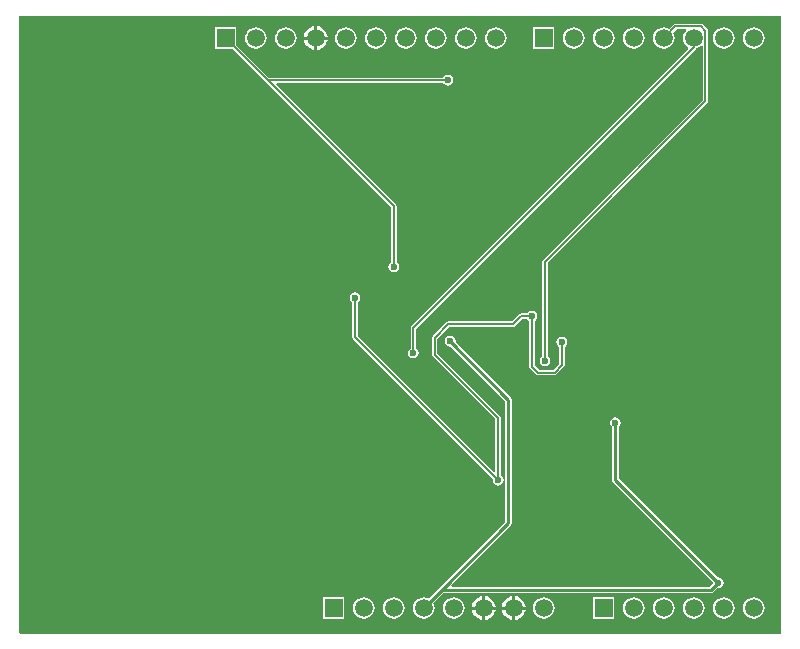
<source format=gbl>
%FSLAX25Y25*%
%MOIN*%
G70*
G01*
G75*
G04 Layer_Physical_Order=2*
G04 Layer_Color=16711680*
%ADD10R,0.02953X0.01378*%
%ADD11R,0.13780X0.10236*%
%ADD12R,0.02756X0.03543*%
%ADD13R,0.02953X0.03150*%
%ADD14R,0.03150X0.02953*%
%ADD15R,0.03543X0.02756*%
%ADD16R,0.02559X0.05315*%
%ADD17R,0.02953X0.00984*%
%ADD18O,0.01969X0.00787*%
%ADD19O,0.00787X0.01969*%
%ADD20R,0.06693X0.06063*%
%ADD21O,0.05709X0.02362*%
%ADD22R,0.07087X0.03937*%
%ADD23C,0.00598*%
%ADD24C,0.02016*%
%ADD25C,0.01000*%
%ADD26C,0.05906*%
%ADD27R,0.05906X0.05906*%
%ADD28C,0.02362*%
G36*
X255000Y1500D02*
X1500D01*
X1000Y2000D01*
Y207500D01*
X255000D01*
Y1500D01*
D02*
G37*
%LPC*%
G36*
X109457Y13551D02*
X102354D01*
Y6449D01*
X109457D01*
Y13551D01*
D02*
G37*
G36*
X199457D02*
X192354D01*
Y6449D01*
X199457D01*
Y13551D01*
D02*
G37*
G36*
X245906Y13582D02*
X244979Y13460D01*
X244115Y13102D01*
X243373Y12533D01*
X242804Y11791D01*
X242446Y10927D01*
X242324Y10000D01*
X242446Y9073D01*
X242804Y8209D01*
X243373Y7467D01*
X244115Y6898D01*
X244979Y6540D01*
X245906Y6418D01*
X246833Y6540D01*
X247696Y6898D01*
X248438Y7467D01*
X249008Y8209D01*
X249365Y9073D01*
X249487Y10000D01*
X249365Y10927D01*
X249008Y11791D01*
X248438Y12533D01*
X247696Y13102D01*
X246833Y13460D01*
X245906Y13582D01*
D02*
G37*
G36*
X225906D02*
X224979Y13460D01*
X224115Y13102D01*
X223373Y12533D01*
X222804Y11791D01*
X222446Y10927D01*
X222324Y10000D01*
X222446Y9073D01*
X222804Y8209D01*
X223373Y7467D01*
X224115Y6898D01*
X224979Y6540D01*
X225906Y6418D01*
X226833Y6540D01*
X227696Y6898D01*
X228438Y7467D01*
X229008Y8209D01*
X229365Y9073D01*
X229487Y10000D01*
X229365Y10927D01*
X229008Y11791D01*
X228438Y12533D01*
X227696Y13102D01*
X226833Y13460D01*
X225906Y13582D01*
D02*
G37*
G36*
X235906D02*
X234979Y13460D01*
X234115Y13102D01*
X233373Y12533D01*
X232804Y11791D01*
X232446Y10927D01*
X232324Y10000D01*
X232446Y9073D01*
X232804Y8209D01*
X233373Y7467D01*
X234115Y6898D01*
X234979Y6540D01*
X235906Y6418D01*
X236833Y6540D01*
X237697Y6898D01*
X238438Y7467D01*
X239007Y8209D01*
X239365Y9073D01*
X239487Y10000D01*
X239365Y10927D01*
X239007Y11791D01*
X238438Y12533D01*
X237697Y13102D01*
X236833Y13460D01*
X235906Y13582D01*
D02*
G37*
G36*
X166406Y13921D02*
Y10500D01*
X169827D01*
X169757Y11032D01*
X169358Y11993D01*
X168725Y12819D01*
X167899Y13453D01*
X166937Y13851D01*
X166406Y13921D01*
D02*
G37*
G36*
X144700Y100714D02*
X144006Y100576D01*
X143417Y100183D01*
X143024Y99594D01*
X142886Y98900D01*
X143024Y98206D01*
X143417Y97617D01*
X144006Y97224D01*
X144700Y97086D01*
X144892Y97124D01*
X162980Y79036D01*
Y38658D01*
X141114Y16792D01*
X141114Y16792D01*
X137504Y13182D01*
X136833Y13460D01*
X135906Y13582D01*
X134979Y13460D01*
X134115Y13102D01*
X133373Y12533D01*
X132804Y11791D01*
X132446Y10927D01*
X132324Y10000D01*
X132446Y9073D01*
X132804Y8209D01*
X133373Y7467D01*
X134115Y6898D01*
X134979Y6540D01*
X135906Y6418D01*
X136833Y6540D01*
X137697Y6898D01*
X138438Y7467D01*
X139007Y8209D01*
X139365Y9073D01*
X139487Y10000D01*
X139365Y10927D01*
X139087Y11598D01*
X142369Y14880D01*
X231600D01*
X232029Y14965D01*
X232392Y15208D01*
X233908Y16724D01*
X234100Y16686D01*
X234794Y16824D01*
X235383Y17217D01*
X235776Y17806D01*
X235914Y18500D01*
X235776Y19194D01*
X235383Y19783D01*
X234794Y20176D01*
X234100Y20314D01*
X233908Y20276D01*
X200920Y53264D01*
Y70408D01*
X201083Y70517D01*
X201476Y71106D01*
X201614Y71800D01*
X201476Y72494D01*
X201083Y73083D01*
X200494Y73476D01*
X199800Y73614D01*
X199106Y73476D01*
X198517Y73083D01*
X198124Y72494D01*
X197986Y71800D01*
X198124Y71106D01*
X198517Y70517D01*
X198680Y70408D01*
Y52800D01*
X198765Y52371D01*
X199008Y52008D01*
X232324Y18692D01*
X232286Y18500D01*
X232324Y18308D01*
X231136Y17120D01*
X145263D01*
X145071Y17582D01*
X164892Y37402D01*
X165135Y37766D01*
X165220Y38194D01*
Y79500D01*
X165135Y79929D01*
X164892Y80292D01*
X146476Y98708D01*
X146514Y98900D01*
X146376Y99594D01*
X145983Y100183D01*
X145394Y100576D01*
X144700Y100714D01*
D02*
G37*
G36*
X165406Y13921D02*
X164874Y13851D01*
X163912Y13453D01*
X163086Y12819D01*
X162453Y11993D01*
X162055Y11032D01*
X161985Y10500D01*
X165406D01*
Y13921D01*
D02*
G37*
G36*
X155406D02*
X154874Y13851D01*
X153912Y13453D01*
X153086Y12819D01*
X152453Y11993D01*
X152055Y11032D01*
X151985Y10500D01*
X155406D01*
Y13921D01*
D02*
G37*
G36*
X156406D02*
Y10500D01*
X159827D01*
X159757Y11032D01*
X159358Y11993D01*
X158725Y12819D01*
X157899Y13453D01*
X156938Y13851D01*
X156406Y13921D01*
D02*
G37*
G36*
X169827Y9500D02*
X166406D01*
Y6079D01*
X166937Y6149D01*
X167899Y6547D01*
X168725Y7181D01*
X169358Y8007D01*
X169757Y8968D01*
X169827Y9500D01*
D02*
G37*
G36*
X115906Y13582D02*
X114979Y13460D01*
X114115Y13102D01*
X113373Y12533D01*
X112804Y11791D01*
X112446Y10927D01*
X112324Y10000D01*
X112446Y9073D01*
X112804Y8209D01*
X113373Y7467D01*
X114115Y6898D01*
X114979Y6540D01*
X115906Y6418D01*
X116833Y6540D01*
X117696Y6898D01*
X118438Y7467D01*
X119008Y8209D01*
X119365Y9073D01*
X119487Y10000D01*
X119365Y10927D01*
X119008Y11791D01*
X118438Y12533D01*
X117696Y13102D01*
X116833Y13460D01*
X115906Y13582D01*
D02*
G37*
G36*
X165406Y9500D02*
X161985D01*
X162055Y8968D01*
X162453Y8007D01*
X163086Y7181D01*
X163912Y6547D01*
X164874Y6149D01*
X165406Y6079D01*
Y9500D01*
D02*
G37*
G36*
X155406D02*
X151985D01*
X152055Y8968D01*
X152453Y8007D01*
X153086Y7181D01*
X153912Y6547D01*
X154874Y6149D01*
X155406Y6079D01*
Y9500D01*
D02*
G37*
G36*
X159827D02*
X156406D01*
Y6079D01*
X156938Y6149D01*
X157899Y6547D01*
X158725Y7181D01*
X159358Y8007D01*
X159757Y8968D01*
X159827Y9500D01*
D02*
G37*
G36*
X205906Y13582D02*
X204979Y13460D01*
X204115Y13102D01*
X203373Y12533D01*
X202804Y11791D01*
X202446Y10927D01*
X202324Y10000D01*
X202446Y9073D01*
X202804Y8209D01*
X203373Y7467D01*
X204115Y6898D01*
X204979Y6540D01*
X205906Y6418D01*
X206833Y6540D01*
X207697Y6898D01*
X208438Y7467D01*
X209008Y8209D01*
X209365Y9073D01*
X209487Y10000D01*
X209365Y10927D01*
X209008Y11791D01*
X208438Y12533D01*
X207697Y13102D01*
X206833Y13460D01*
X205906Y13582D01*
D02*
G37*
G36*
X215906D02*
X214979Y13460D01*
X214115Y13102D01*
X213373Y12533D01*
X212804Y11791D01*
X212446Y10927D01*
X212324Y10000D01*
X212446Y9073D01*
X212804Y8209D01*
X213373Y7467D01*
X214115Y6898D01*
X214979Y6540D01*
X215906Y6418D01*
X216833Y6540D01*
X217696Y6898D01*
X218438Y7467D01*
X219007Y8209D01*
X219365Y9073D01*
X219487Y10000D01*
X219365Y10927D01*
X219007Y11791D01*
X218438Y12533D01*
X217696Y13102D01*
X216833Y13460D01*
X215906Y13582D01*
D02*
G37*
G36*
X175906D02*
X174979Y13460D01*
X174115Y13102D01*
X173373Y12533D01*
X172804Y11791D01*
X172446Y10927D01*
X172324Y10000D01*
X172446Y9073D01*
X172804Y8209D01*
X173373Y7467D01*
X174115Y6898D01*
X174979Y6540D01*
X175906Y6418D01*
X176833Y6540D01*
X177697Y6898D01*
X178438Y7467D01*
X179007Y8209D01*
X179365Y9073D01*
X179487Y10000D01*
X179365Y10927D01*
X179007Y11791D01*
X178438Y12533D01*
X177697Y13102D01*
X176833Y13460D01*
X175906Y13582D01*
D02*
G37*
G36*
X125906D02*
X124979Y13460D01*
X124115Y13102D01*
X123373Y12533D01*
X122804Y11791D01*
X122446Y10927D01*
X122324Y10000D01*
X122446Y9073D01*
X122804Y8209D01*
X123373Y7467D01*
X124115Y6898D01*
X124979Y6540D01*
X125906Y6418D01*
X126833Y6540D01*
X127697Y6898D01*
X128438Y7467D01*
X129007Y8209D01*
X129365Y9073D01*
X129487Y10000D01*
X129365Y10927D01*
X129007Y11791D01*
X128438Y12533D01*
X127697Y13102D01*
X126833Y13460D01*
X125906Y13582D01*
D02*
G37*
G36*
X145906D02*
X144979Y13460D01*
X144115Y13102D01*
X143373Y12533D01*
X142804Y11791D01*
X142446Y10927D01*
X142324Y10000D01*
X142446Y9073D01*
X142804Y8209D01*
X143373Y7467D01*
X144115Y6898D01*
X144979Y6540D01*
X145906Y6418D01*
X146833Y6540D01*
X147696Y6898D01*
X148438Y7467D01*
X149007Y8209D01*
X149365Y9073D01*
X149487Y10000D01*
X149365Y10927D01*
X149007Y11791D01*
X148438Y12533D01*
X147696Y13102D01*
X146833Y13460D01*
X145906Y13582D01*
D02*
G37*
G36*
X205906Y203582D02*
X204979Y203460D01*
X204115Y203102D01*
X203373Y202533D01*
X202804Y201791D01*
X202446Y200927D01*
X202324Y200000D01*
X202446Y199073D01*
X202804Y198209D01*
X203373Y197467D01*
X204115Y196898D01*
X204979Y196540D01*
X205906Y196418D01*
X206833Y196540D01*
X207697Y196898D01*
X208438Y197467D01*
X209008Y198209D01*
X209365Y199073D01*
X209487Y200000D01*
X209365Y200927D01*
X209008Y201791D01*
X208438Y202533D01*
X207697Y203102D01*
X206833Y203460D01*
X205906Y203582D01*
D02*
G37*
G36*
X235906D02*
X234979Y203460D01*
X234115Y203102D01*
X233373Y202533D01*
X232804Y201791D01*
X232446Y200927D01*
X232324Y200000D01*
X232446Y199073D01*
X232804Y198209D01*
X233373Y197467D01*
X234115Y196898D01*
X234979Y196540D01*
X235906Y196418D01*
X236833Y196540D01*
X237697Y196898D01*
X238438Y197467D01*
X239007Y198209D01*
X239365Y199073D01*
X239487Y200000D01*
X239365Y200927D01*
X239007Y201791D01*
X238438Y202533D01*
X237697Y203102D01*
X236833Y203460D01*
X235906Y203582D01*
D02*
G37*
G36*
X195906D02*
X194979Y203460D01*
X194115Y203102D01*
X193373Y202533D01*
X192804Y201791D01*
X192446Y200927D01*
X192324Y200000D01*
X192446Y199073D01*
X192804Y198209D01*
X193373Y197467D01*
X194115Y196898D01*
X194979Y196540D01*
X195906Y196418D01*
X196833Y196540D01*
X197696Y196898D01*
X198438Y197467D01*
X199007Y198209D01*
X199365Y199073D01*
X199487Y200000D01*
X199365Y200927D01*
X199007Y201791D01*
X198438Y202533D01*
X197696Y203102D01*
X196833Y203460D01*
X195906Y203582D01*
D02*
G37*
G36*
X159921D02*
X158994Y203460D01*
X158130Y203102D01*
X157388Y202533D01*
X156819Y201791D01*
X156461Y200927D01*
X156339Y200000D01*
X156461Y199073D01*
X156819Y198209D01*
X157388Y197467D01*
X158130Y196898D01*
X158994Y196540D01*
X159921Y196418D01*
X160848Y196540D01*
X161712Y196898D01*
X162454Y197467D01*
X163023Y198209D01*
X163381Y199073D01*
X163503Y200000D01*
X163381Y200927D01*
X163023Y201791D01*
X162454Y202533D01*
X161712Y203102D01*
X160848Y203460D01*
X159921Y203582D01*
D02*
G37*
G36*
X185906D02*
X184979Y203460D01*
X184115Y203102D01*
X183373Y202533D01*
X182804Y201791D01*
X182446Y200927D01*
X182324Y200000D01*
X182446Y199073D01*
X182804Y198209D01*
X183373Y197467D01*
X184115Y196898D01*
X184979Y196540D01*
X185906Y196418D01*
X186833Y196540D01*
X187697Y196898D01*
X188438Y197467D01*
X189007Y198209D01*
X189365Y199073D01*
X189487Y200000D01*
X189365Y200927D01*
X189007Y201791D01*
X188438Y202533D01*
X187697Y203102D01*
X186833Y203460D01*
X185906Y203582D01*
D02*
G37*
G36*
X100421Y203921D02*
Y200500D01*
X103842D01*
X103772Y201032D01*
X103374Y201993D01*
X102740Y202819D01*
X101915Y203453D01*
X100953Y203851D01*
X100421Y203921D01*
D02*
G37*
G36*
X228400Y204815D02*
X228400Y204815D01*
X219806D01*
X219455Y204746D01*
X219336Y204666D01*
X219158Y204547D01*
X219158Y204547D01*
X217706Y203095D01*
X217696Y203102D01*
X216833Y203460D01*
X215906Y203582D01*
X214979Y203460D01*
X214115Y203102D01*
X213373Y202533D01*
X212804Y201791D01*
X212446Y200927D01*
X212324Y200000D01*
X212446Y199073D01*
X212804Y198209D01*
X213373Y197467D01*
X214115Y196898D01*
X214979Y196540D01*
X215906Y196418D01*
X216833Y196540D01*
X217696Y196898D01*
X218438Y197467D01*
X219007Y198209D01*
X219365Y199073D01*
X219487Y200000D01*
X219365Y200927D01*
X219007Y201791D01*
X219000Y201800D01*
X220185Y202985D01*
X223219D01*
X223252Y202889D01*
X223336Y202485D01*
X222804Y201791D01*
X222446Y200927D01*
X222324Y200000D01*
X222446Y199073D01*
X222804Y198209D01*
X223373Y197467D01*
X223991Y196993D01*
X224123Y196417D01*
X131800Y104094D01*
X131602Y103797D01*
X131532Y103447D01*
X131532Y103447D01*
Y96526D01*
X131164Y96280D01*
X130771Y95692D01*
X130633Y94997D01*
X130771Y94303D01*
X131164Y93714D01*
X131753Y93321D01*
X132447Y93183D01*
X133142Y93321D01*
X133730Y93714D01*
X134124Y94303D01*
X134262Y94997D01*
X134124Y95692D01*
X133730Y96280D01*
X133362Y96526D01*
Y103068D01*
X226553Y196258D01*
X226553Y196258D01*
X226732Y196527D01*
X226833Y196540D01*
X227696Y196898D01*
X228385Y197426D01*
X228877Y197318D01*
X228885Y197316D01*
Y179279D01*
X175653Y126047D01*
X175454Y125750D01*
X175385Y125400D01*
X175385Y125400D01*
Y94029D01*
X175017Y93783D01*
X174624Y93194D01*
X174486Y92500D01*
X174624Y91806D01*
X175017Y91217D01*
X175606Y90824D01*
X176300Y90686D01*
X176994Y90824D01*
X177583Y91217D01*
X177976Y91806D01*
X178114Y92500D01*
X177976Y93194D01*
X177583Y93783D01*
X177215Y94029D01*
Y125021D01*
X230447Y178253D01*
X230447Y178253D01*
X230646Y178550D01*
X230715Y178900D01*
X230715Y178900D01*
Y202500D01*
X230715Y202500D01*
X230646Y202850D01*
X230447Y203147D01*
X230447Y203147D01*
X229047Y204547D01*
X228750Y204746D01*
X228400Y204815D01*
D02*
G37*
G36*
X99421Y203921D02*
X98889Y203851D01*
X97928Y203453D01*
X97102Y202819D01*
X96469Y201993D01*
X96070Y201032D01*
X96000Y200500D01*
X99421D01*
Y203921D01*
D02*
G37*
G36*
X245906Y203582D02*
X244979Y203460D01*
X244115Y203102D01*
X243373Y202533D01*
X242804Y201791D01*
X242446Y200927D01*
X242324Y200000D01*
X242446Y199073D01*
X242804Y198209D01*
X243373Y197467D01*
X244115Y196898D01*
X244979Y196540D01*
X245906Y196418D01*
X246833Y196540D01*
X247696Y196898D01*
X248438Y197467D01*
X249008Y198209D01*
X249365Y199073D01*
X249487Y200000D01*
X249365Y200927D01*
X249008Y201791D01*
X248438Y202533D01*
X247696Y203102D01*
X246833Y203460D01*
X245906Y203582D01*
D02*
G37*
G36*
X179457Y203551D02*
X172354D01*
Y196449D01*
X179457D01*
Y203551D01*
D02*
G37*
G36*
X149921Y203582D02*
X148994Y203460D01*
X148130Y203102D01*
X147389Y202533D01*
X146819Y201791D01*
X146461Y200927D01*
X146339Y200000D01*
X146461Y199073D01*
X146819Y198209D01*
X147389Y197467D01*
X148130Y196898D01*
X148994Y196540D01*
X149921Y196418D01*
X150848Y196540D01*
X151712Y196898D01*
X152454Y197467D01*
X153023Y198209D01*
X153381Y199073D01*
X153503Y200000D01*
X153381Y200927D01*
X153023Y201791D01*
X152454Y202533D01*
X151712Y203102D01*
X150848Y203460D01*
X149921Y203582D01*
D02*
G37*
G36*
X103842Y199500D02*
X100421D01*
Y196079D01*
X100953Y196149D01*
X101915Y196547D01*
X102740Y197181D01*
X103374Y198007D01*
X103772Y198968D01*
X103842Y199500D01*
D02*
G37*
G36*
X79921Y203582D02*
X78994Y203460D01*
X78130Y203102D01*
X77389Y202533D01*
X76819Y201791D01*
X76461Y200927D01*
X76339Y200000D01*
X76461Y199073D01*
X76819Y198209D01*
X77389Y197467D01*
X78130Y196898D01*
X78994Y196540D01*
X79921Y196418D01*
X80848Y196540D01*
X81712Y196898D01*
X82454Y197467D01*
X83023Y198209D01*
X83381Y199073D01*
X83503Y200000D01*
X83381Y200927D01*
X83023Y201791D01*
X82454Y202533D01*
X81712Y203102D01*
X80848Y203460D01*
X79921Y203582D01*
D02*
G37*
G36*
X99421Y199500D02*
X96000D01*
X96070Y198968D01*
X96469Y198007D01*
X97102Y197181D01*
X97928Y196547D01*
X98889Y196149D01*
X99421Y196079D01*
Y199500D01*
D02*
G37*
G36*
X113000Y115314D02*
X112306Y115176D01*
X111717Y114783D01*
X111324Y114194D01*
X111186Y113500D01*
X111324Y112806D01*
X111717Y112217D01*
X112085Y111971D01*
Y100300D01*
X112085Y100300D01*
X112154Y99950D01*
X112353Y99653D01*
X158947Y53059D01*
X158861Y52625D01*
X158999Y51931D01*
X159392Y51342D01*
X159981Y50949D01*
X160675Y50811D01*
X161369Y50949D01*
X161958Y51342D01*
X162351Y51931D01*
X162489Y52625D01*
X162351Y53319D01*
X161958Y53908D01*
X161590Y54154D01*
Y73325D01*
X161590Y73325D01*
X161521Y73675D01*
X161441Y73794D01*
X161322Y73972D01*
X161322Y73972D01*
X140415Y94879D01*
Y99621D01*
X144479Y103685D01*
X165600D01*
X165600Y103685D01*
X165950Y103754D01*
X166247Y103953D01*
X168679Y106385D01*
X170471D01*
X170717Y106017D01*
X171085Y105771D01*
Y90500D01*
X171085Y90500D01*
X171154Y90150D01*
X171353Y89853D01*
X173353Y87853D01*
X173353Y87853D01*
X173650Y87654D01*
X174000Y87585D01*
X174000Y87585D01*
X179500D01*
X179500Y87585D01*
X179850Y87654D01*
X180147Y87853D01*
X182547Y90253D01*
X182547Y90253D01*
X182666Y90431D01*
X182746Y90550D01*
X182815Y90900D01*
Y97071D01*
X183183Y97317D01*
X183576Y97906D01*
X183714Y98600D01*
X183576Y99294D01*
X183183Y99883D01*
X182594Y100276D01*
X181900Y100414D01*
X181206Y100276D01*
X180617Y99883D01*
X180224Y99294D01*
X180086Y98600D01*
X180224Y97906D01*
X180617Y97317D01*
X180985Y97071D01*
Y91279D01*
X179121Y89415D01*
X174379D01*
X172915Y90879D01*
Y105771D01*
X173283Y106017D01*
X173676Y106606D01*
X173814Y107300D01*
X173676Y107994D01*
X173283Y108583D01*
X172694Y108976D01*
X172000Y109114D01*
X171306Y108976D01*
X170717Y108583D01*
X170471Y108215D01*
X168300D01*
X168300Y108215D01*
X167950Y108146D01*
X167653Y107947D01*
X167653Y107947D01*
X165221Y105515D01*
X144100D01*
X143750Y105446D01*
X143631Y105366D01*
X143453Y105247D01*
X143453Y105247D01*
X138853Y100647D01*
X138654Y100350D01*
X138585Y100000D01*
X138585Y100000D01*
Y94500D01*
X138585Y94500D01*
X138654Y94150D01*
X138853Y93853D01*
X159760Y72946D01*
Y55488D01*
X159298Y55296D01*
X113915Y100679D01*
Y111971D01*
X114283Y112217D01*
X114676Y112806D01*
X114814Y113500D01*
X114676Y114194D01*
X114283Y114783D01*
X113694Y115176D01*
X113000Y115314D01*
D02*
G37*
G36*
X73472Y203551D02*
X66370D01*
Y196449D01*
X72178D01*
X83374Y185253D01*
X83374Y185253D01*
X124985Y143642D01*
Y125229D01*
X124617Y124983D01*
X124224Y124394D01*
X124086Y123700D01*
X124224Y123006D01*
X124617Y122417D01*
X125206Y122024D01*
X125900Y121886D01*
X126594Y122024D01*
X127183Y122417D01*
X127576Y123006D01*
X127714Y123700D01*
X127576Y124394D01*
X127183Y124983D01*
X126815Y125229D01*
Y144021D01*
X126815Y144021D01*
X126746Y144371D01*
X126547Y144668D01*
X126547Y144668D01*
X86693Y184523D01*
X86884Y184985D01*
X142371D01*
X142617Y184617D01*
X143206Y184224D01*
X143900Y184086D01*
X144594Y184224D01*
X145183Y184617D01*
X145576Y185206D01*
X145714Y185900D01*
X145576Y186594D01*
X145183Y187183D01*
X144594Y187576D01*
X143900Y187714D01*
X143206Y187576D01*
X142617Y187183D01*
X142371Y186815D01*
X84400D01*
X73472Y197743D01*
Y203551D01*
D02*
G37*
G36*
X129921Y203582D02*
X128994Y203460D01*
X128130Y203102D01*
X127389Y202533D01*
X126819Y201791D01*
X126461Y200927D01*
X126339Y200000D01*
X126461Y199073D01*
X126819Y198209D01*
X127389Y197467D01*
X128130Y196898D01*
X128994Y196540D01*
X129921Y196418D01*
X130848Y196540D01*
X131712Y196898D01*
X132454Y197467D01*
X133023Y198209D01*
X133381Y199073D01*
X133503Y200000D01*
X133381Y200927D01*
X133023Y201791D01*
X132454Y202533D01*
X131712Y203102D01*
X130848Y203460D01*
X129921Y203582D01*
D02*
G37*
G36*
X139921D02*
X138994Y203460D01*
X138130Y203102D01*
X137389Y202533D01*
X136819Y201791D01*
X136461Y200927D01*
X136339Y200000D01*
X136461Y199073D01*
X136819Y198209D01*
X137389Y197467D01*
X138130Y196898D01*
X138994Y196540D01*
X139921Y196418D01*
X140848Y196540D01*
X141712Y196898D01*
X142454Y197467D01*
X143023Y198209D01*
X143381Y199073D01*
X143503Y200000D01*
X143381Y200927D01*
X143023Y201791D01*
X142454Y202533D01*
X141712Y203102D01*
X140848Y203460D01*
X139921Y203582D01*
D02*
G37*
G36*
X119921D02*
X118994Y203460D01*
X118130Y203102D01*
X117388Y202533D01*
X116819Y201791D01*
X116461Y200927D01*
X116339Y200000D01*
X116461Y199073D01*
X116819Y198209D01*
X117388Y197467D01*
X118130Y196898D01*
X118994Y196540D01*
X119921Y196418D01*
X120848Y196540D01*
X121712Y196898D01*
X122454Y197467D01*
X123023Y198209D01*
X123381Y199073D01*
X123503Y200000D01*
X123381Y200927D01*
X123023Y201791D01*
X122454Y202533D01*
X121712Y203102D01*
X120848Y203460D01*
X119921Y203582D01*
D02*
G37*
G36*
X89921D02*
X88994Y203460D01*
X88130Y203102D01*
X87388Y202533D01*
X86819Y201791D01*
X86461Y200927D01*
X86339Y200000D01*
X86461Y199073D01*
X86819Y198209D01*
X87388Y197467D01*
X88130Y196898D01*
X88994Y196540D01*
X89921Y196418D01*
X90848Y196540D01*
X91712Y196898D01*
X92454Y197467D01*
X93023Y198209D01*
X93381Y199073D01*
X93503Y200000D01*
X93381Y200927D01*
X93023Y201791D01*
X92454Y202533D01*
X91712Y203102D01*
X90848Y203460D01*
X89921Y203582D01*
D02*
G37*
G36*
X109921D02*
X108994Y203460D01*
X108130Y203102D01*
X107388Y202533D01*
X106819Y201791D01*
X106461Y200927D01*
X106339Y200000D01*
X106461Y199073D01*
X106819Y198209D01*
X107388Y197467D01*
X108130Y196898D01*
X108994Y196540D01*
X109921Y196418D01*
X110848Y196540D01*
X111712Y196898D01*
X112454Y197467D01*
X113023Y198209D01*
X113381Y199073D01*
X113503Y200000D01*
X113381Y200927D01*
X113023Y201791D01*
X112454Y202533D01*
X111712Y203102D01*
X110848Y203460D01*
X109921Y203582D01*
D02*
G37*
%LPD*%
D23*
X113000Y100300D02*
Y113500D01*
Y100300D02*
X160675Y52625D01*
X181900Y90900D02*
Y98600D01*
X179500Y88500D02*
X181900Y90900D01*
X174000Y88500D02*
X179500D01*
X172000Y90500D02*
X174000Y88500D01*
X172000Y90500D02*
Y107300D01*
X168300D02*
X172000D01*
X165600Y104600D02*
X168300Y107300D01*
X144100Y104600D02*
X165600D01*
X160675Y52625D02*
Y73325D01*
X139500Y94500D02*
X160675Y73325D01*
X139500Y94500D02*
Y100000D01*
X144100Y104600D01*
X225906Y196906D02*
Y200000D01*
X132447Y103447D02*
X225906Y196906D01*
X132447Y94997D02*
Y103447D01*
X84021Y185900D02*
X125900Y144021D01*
Y123700D02*
Y144021D01*
X84021Y185900D02*
X143900D01*
X69921Y200000D02*
X84021Y185900D01*
X176300Y92500D02*
Y125400D01*
X229800Y178900D01*
Y202500D01*
X228400Y203900D02*
X229800Y202500D01*
X219806Y203900D02*
X228400D01*
X215906Y200000D02*
X219806Y203900D01*
X155906Y10000D02*
X165906D01*
D25*
X135906D02*
X141906Y16000D01*
X164100Y38194D01*
Y79500D01*
X144700Y98900D02*
X164100Y79500D01*
X141906Y16000D02*
X231600D01*
X234100Y18500D01*
X199800Y52800D02*
X234100Y18500D01*
X199800Y52800D02*
Y71800D01*
D26*
X175906Y10000D02*
D03*
X165906D02*
D03*
X155906D02*
D03*
X145906D02*
D03*
X135906D02*
D03*
X125906D02*
D03*
X115906D02*
D03*
X245906D02*
D03*
X235906D02*
D03*
X225906D02*
D03*
X215906D02*
D03*
X205906D02*
D03*
X79921Y200000D02*
D03*
X99921D02*
D03*
X109921D02*
D03*
X119921D02*
D03*
X129921D02*
D03*
X139921D02*
D03*
X149921D02*
D03*
X159921D02*
D03*
X89921D02*
D03*
X245906D02*
D03*
X235906D02*
D03*
X225906D02*
D03*
X215906D02*
D03*
X205906D02*
D03*
X195906D02*
D03*
X185906D02*
D03*
D27*
X105906Y10000D02*
D03*
X195906D02*
D03*
X69921Y200000D02*
D03*
X175906D02*
D03*
D28*
X113000Y113500D02*
D03*
X181900Y98600D02*
D03*
X172000Y107300D02*
D03*
X125900Y123700D02*
D03*
X143900Y185900D02*
D03*
X144700Y98900D02*
D03*
X234100Y18500D02*
D03*
X199800Y71800D02*
D03*
X160675Y52625D02*
D03*
X132447Y94997D02*
D03*
X176300Y92500D02*
D03*
M02*

</source>
